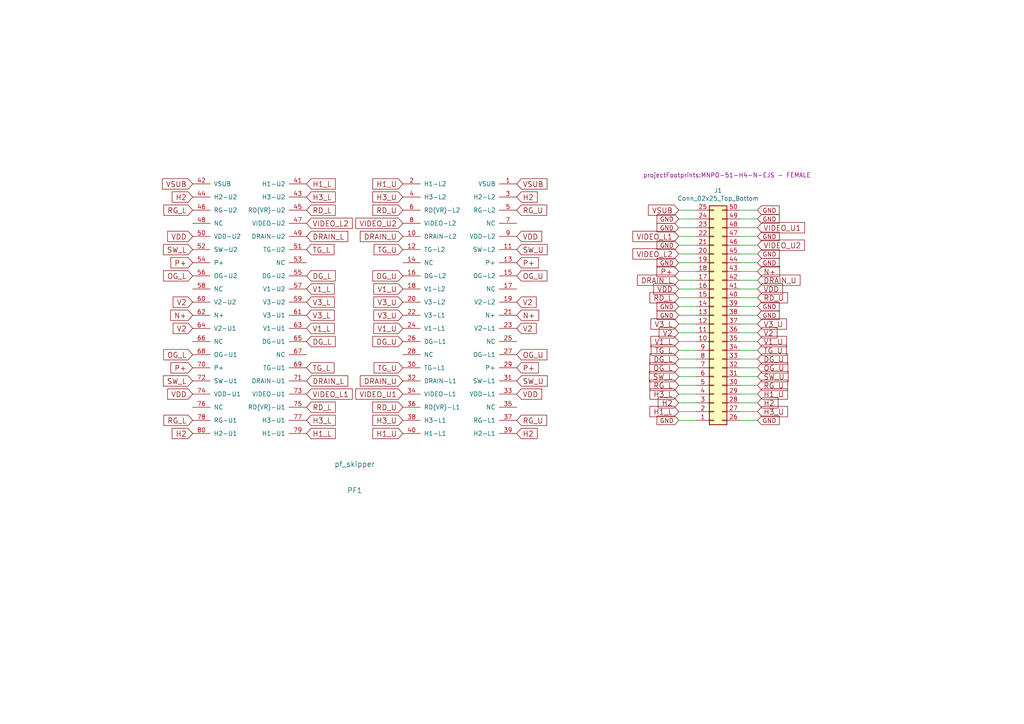
<source format=kicad_sch>
(kicad_sch (version 20230121) (generator eeschema)
  (paper "A4")
  (lib_symbols
    (symbol "Connector_Generic:Conn_02x25_Top_Bottom" (pin_names (offset 1.016) hide)
      (property "Reference" "J" (at 1.27 33.02 0))
      (property "Value" "Conn_02x25_Top_Bottom" (at 1.27 -33.02 0))
      (symbol "Conn_02x25_Top_Bottom_1_1"
        (rectangle (start -1.27 -30.353) (end 0 -30.607) (stroke (width 0.1524)))
        (rectangle (start -1.27 -27.813) (end 0 -28.067) (stroke (width 0.1524)))
        (rectangle (start -1.27 -25.273) (end 0 -25.527) (stroke (width 0.1524)))
        (rectangle (start -1.27 -22.733) (end 0 -22.987) (stroke (width 0.1524)))
        (rectangle (start -1.27 -20.193) (end 0 -20.447) (stroke (width 0.1524)))
        (rectangle (start -1.27 -17.653) (end 0 -17.907) (stroke (width 0.1524)))
        (rectangle (start -1.27 -15.113) (end 0 -15.367) (stroke (width 0.1524)))
        (rectangle (start -1.27 -12.573) (end 0 -12.827) (stroke (width 0.1524)))
        (rectangle (start -1.27 -10.033) (end 0 -10.287) (stroke (width 0.1524)))
        (rectangle (start -1.27 -7.493) (end 0 -7.747) (stroke (width 0.1524)))
        (rectangle (start -1.27 -4.953) (end 0 -5.207) (stroke (width 0.1524)))
        (rectangle (start -1.27 -2.413) (end 0 -2.667) (stroke (width 0.1524)))
        (rectangle (start -1.27 0.127) (end 0 -0.127) (stroke (width 0.1524)))
        (rectangle (start -1.27 2.667) (end 0 2.413) (stroke (width 0.1524)))
        (rectangle (start -1.27 5.207) (end 0 4.953) (stroke (width 0.1524)))
        (rectangle (start -1.27 7.747) (end 0 7.493) (stroke (width 0.1524)))
        (rectangle (start -1.27 10.287) (end 0 10.033) (stroke (width 0.1524)))
        (rectangle (start -1.27 12.827) (end 0 12.573) (stroke (width 0.1524)))
        (rectangle (start -1.27 15.367) (end 0 15.113) (stroke (width 0.1524)))
        (rectangle (start -1.27 17.907) (end 0 17.653) (stroke (width 0.1524)))
        (rectangle (start -1.27 20.447) (end 0 20.193) (stroke (width 0.1524)))
        (rectangle (start -1.27 22.987) (end 0 22.733) (stroke (width 0.1524)))
        (rectangle (start -1.27 25.527) (end 0 25.273) (stroke (width 0.1524)))
        (rectangle (start -1.27 28.067) (end 0 27.813) (stroke (width 0.1524)))
        (rectangle (start -1.27 30.607) (end 0 30.353) (stroke (width 0.1524)))
        (rectangle (start -1.27 31.75) (end 3.81 -31.75) (stroke (width 0.254)) (fill (type background)))
        (rectangle (start 3.81 -30.353) (end 2.54 -30.607) (stroke (width 0.1524)))
        (rectangle (start 3.81 -27.813) (end 2.54 -28.067) (stroke (width 0.1524)))
        (rectangle (start 3.81 -25.273) (end 2.54 -25.527) (stroke (width 0.1524)))
        (rectangle (start 3.81 -22.733) (end 2.54 -22.987) (stroke (width 0.1524)))
        (rectangle (start 3.81 -20.193) (end 2.54 -20.447) (stroke (width 0.1524)))
        (rectangle (start 3.81 -17.653) (end 2.54 -17.907) (stroke (width 0.1524)))
        (rectangle (start 3.81 -15.113) (end 2.54 -15.367) (stroke (width 0.1524)))
        (rectangle (start 3.81 -12.573) (end 2.54 -12.827) (stroke (width 0.1524)))
        (rectangle (start 3.81 -10.033) (end 2.54 -10.287) (stroke (width 0.1524)))
        (rectangle (start 3.81 -7.493) (end 2.54 -7.747) (stroke (width 0.1524)))
        (rectangle (start 3.81 -4.953) (end 2.54 -5.207) (stroke (width 0.1524)))
        (rectangle (start 3.81 -2.413) (end 2.54 -2.667) (stroke (width 0.1524)))
        (rectangle (start 3.81 0.127) (end 2.54 -0.127) (stroke (width 0.1524)))
        (rectangle (start 3.81 2.667) (end 2.54 2.413) (stroke (width 0.1524)))
        (rectangle (start 3.81 5.207) (end 2.54 4.953) (stroke (width 0.1524)))
        (rectangle (start 3.81 7.747) (end 2.54 7.493) (stroke (width 0.1524)))
        (rectangle (start 3.81 10.287) (end 2.54 10.033) (stroke (width 0.1524)))
        (rectangle (start 3.81 12.827) (end 2.54 12.573) (stroke (width 0.1524)))
        (rectangle (start 3.81 15.367) (end 2.54 15.113) (stroke (width 0.1524)))
        (rectangle (start 3.81 17.907) (end 2.54 17.653) (stroke (width 0.1524)))
        (rectangle (start 3.81 20.447) (end 2.54 20.193) (stroke (width 0.1524)))
        (rectangle (start 3.81 22.987) (end 2.54 22.733) (stroke (width 0.1524)))
        (rectangle (start 3.81 25.527) (end 2.54 25.273) (stroke (width 0.1524)))
        (rectangle (start 3.81 28.067) (end 2.54 27.813) (stroke (width 0.1524)))
        (rectangle (start 3.81 30.607) (end 2.54 30.353) (stroke (width 0.1524)))
        (pin passive line (at -5.08 30.48 0) (length 3.81) (name "Pin_1") (number "1"))
        (pin passive line (at -5.08 7.62 0) (length 3.81) (name "Pin_10") (number "10"))
        (pin passive line (at -5.08 5.08 0) (length 3.81) (name "Pin_11") (number "11"))
        (pin passive line (at -5.08 2.54 0) (length 3.81) (name "Pin_12") (number "12"))
        (pin passive line (at -5.08 0 0) (length 3.81) (name "Pin_13") (number "13"))
        (pin passive line (at -5.08 -2.54 0) (length 3.81) (name "Pin_14") (number "14"))
        (pin passive line (at -5.08 -5.08 0) (length 3.81) (name "Pin_15") (number "15"))
        (pin passive line (at -5.08 -7.62 0) (length 3.81) (name "Pin_16") (number "16"))
        (pin passive line (at -5.08 -10.16 0) (length 3.81) (name "Pin_17") (number "17"))
        (pin passive line (at -5.08 -12.7 0) (length 3.81) (name "Pin_18") (number "18"))
        (pin passive line (at -5.08 -15.24 0) (length 3.81) (name "Pin_19") (number "19"))
        (pin passive line (at -5.08 27.94 0) (length 3.81) (name "Pin_2") (number "2"))
        (pin passive line (at -5.08 -17.78 0) (length 3.81) (name "Pin_20") (number "20"))
        (pin passive line (at -5.08 -20.32 0) (length 3.81) (name "Pin_21") (number "21"))
        (pin passive line (at -5.08 -22.86 0) (length 3.81) (name "Pin_22") (number "22"))
        (pin passive line (at -5.08 -25.4 0) (length 3.81) (name "Pin_23") (number "23"))
        (pin passive line (at -5.08 -27.94 0) (length 3.81) (name "Pin_24") (number "24"))
        (pin passive line (at -5.08 -30.48 0) (length 3.81) (name "Pin_25") (number "25"))
        (pin passive line (at 7.62 30.48 180) (length 3.81) (name "Pin_26") (number "26"))
        (pin passive line (at 7.62 27.94 180) (length 3.81) (name "Pin_27") (number "27"))
        (pin passive line (at 7.62 25.4 180) (length 3.81) (name "Pin_28") (number "28"))
        (pin passive line (at 7.62 22.86 180) (length 3.81) (name "Pin_29") (number "29"))
        (pin passive line (at -5.08 25.4 0) (length 3.81) (name "Pin_3") (number "3"))
        (pin passive line (at 7.62 20.32 180) (length 3.81) (name "Pin_30") (number "30"))
        (pin passive line (at 7.62 17.78 180) (length 3.81) (name "Pin_31") (number "31"))
        (pin passive line (at 7.62 15.24 180) (length 3.81) (name "Pin_32") (number "32"))
        (pin passive line (at 7.62 12.7 180) (length 3.81) (name "Pin_33") (number "33"))
        (pin passive line (at 7.62 10.16 180) (length 3.81) (name "Pin_34") (number "34"))
        (pin passive line (at 7.62 7.62 180) (length 3.81) (name "Pin_35") (number "35"))
        (pin passive line (at 7.62 5.08 180) (length 3.81) (name "Pin_36") (number "36"))
        (pin passive line (at 7.62 2.54 180) (length 3.81) (name "Pin_37") (number "37"))
        (pin passive line (at 7.62 0 180) (length 3.81) (name "Pin_38") (number "38"))
        (pin passive line (at 7.62 -2.54 180) (length 3.81) (name "Pin_39") (number "39"))
        (pin passive line (at -5.08 22.86 0) (length 3.81) (name "Pin_4") (number "4"))
        (pin passive line (at 7.62 -5.08 180) (length 3.81) (name "Pin_40") (number "40"))
        (pin passive line (at 7.62 -7.62 180) (length 3.81) (name "Pin_41") (number "41"))
        (pin passive line (at 7.62 -10.16 180) (length 3.81) (name "Pin_42") (number "42"))
        (pin passive line (at 7.62 -12.7 180) (length 3.81) (name "Pin_43") (number "43"))
        (pin passive line (at 7.62 -15.24 180) (length 3.81) (name "Pin_44") (number "44"))
        (pin passive line (at 7.62 -17.78 180) (length 3.81) (name "Pin_45") (number "45"))
        (pin passive line (at 7.62 -20.32 180) (length 3.81) (name "Pin_46") (number "46"))
        (pin passive line (at 7.62 -22.86 180) (length 3.81) (name "Pin_47") (number "47"))
        (pin passive line (at 7.62 -25.4 180) (length 3.81) (name "Pin_48") (number "48"))
        (pin passive line (at 7.62 -27.94 180) (length 3.81) (name "Pin_49") (number "49"))
        (pin passive line (at -5.08 20.32 0) (length 3.81) (name "Pin_5") (number "5"))
        (pin passive line (at 7.62 -30.48 180) (length 3.81) (name "Pin_50") (number "50"))
        (pin passive line (at -5.08 17.78 0) (length 3.81) (name "Pin_6") (number "6"))
        (pin passive line (at -5.08 15.24 0) (length 3.81) (name "Pin_7") (number "7"))
        (pin passive line (at -5.08 12.7 0) (length 3.81) (name "Pin_8") (number "8"))
        (pin passive line (at -5.08 10.16 0) (length 3.81) (name "Pin_9") (number "9"))
      )
    )
    (symbol "PF4flexTest-rescue:pf_skipper" (pin_names (offset 1.016))
      (property "Reference" "PF" (at 0 -50.8 0))
      (property "Value" "pf_skipper" (at 0 -43.18 0))
      (symbol "pf_skipper_1_1"
        (pin input line (at -46.99 38.1 0) (length 5.08) (name "VSUB") (number "1"))
        (pin input line (at -13.97 22.86 180) (length 5.08) (name "DRAIN-L2") (number "10"))
        (pin input line (at -46.99 19.05 0) (length 5.08) (name "SW-L2") (number "11"))
        (pin input line (at -13.97 19.05 180) (length 5.08) (name "TG-L2") (number "12"))
        (pin input line (at -46.99 15.24 0) (length 5.08) (name "P+") (number "13"))
        (pin input line (at -13.97 15.24 180) (length 5.08) (name "NC") (number "14"))
        (pin input line (at -46.99 11.43 0) (length 5.08) (name "OG-L2") (number "15"))
        (pin input line (at -13.97 11.43 180) (length 5.08) (name "DG-L2") (number "16"))
        (pin input line (at -46.99 7.62 0) (length 5.08) (name "NC") (number "17"))
        (pin input line (at -13.97 7.62 180) (length 5.08) (name "V1-L2") (number "18"))
        (pin input line (at -46.99 3.81 0) (length 5.08) (name "V2-L2") (number "19"))
        (pin input line (at -13.97 38.1 180) (length 5.08) (name "H1-L2") (number "2"))
        (pin input line (at -13.97 3.81 180) (length 5.08) (name "V3-L2") (number "20"))
        (pin input line (at -46.99 0 0) (length 5.08) (name "N+") (number "21"))
        (pin input line (at -13.97 0 180) (length 5.08) (name "V3-L1") (number "22"))
        (pin input line (at -46.99 -3.81 0) (length 5.08) (name "V2-L1") (number "23"))
        (pin input line (at -13.97 -3.81 180) (length 5.08) (name "V1-L1") (number "24"))
        (pin input line (at -46.99 -7.62 0) (length 5.08) (name "NC") (number "25"))
        (pin input line (at -13.97 -7.62 180) (length 5.08) (name "DG-L1") (number "26"))
        (pin input line (at -46.99 -11.43 0) (length 5.08) (name "OG-L1") (number "27"))
        (pin input line (at -13.97 -11.43 180) (length 5.08) (name "NC") (number "28"))
        (pin input line (at -46.99 -15.24 0) (length 5.08) (name "P+") (number "29"))
        (pin input line (at -46.99 34.29 0) (length 5.08) (name "H2-L2") (number "3"))
        (pin input line (at -13.97 -15.24 180) (length 5.08) (name "TG-L1") (number "30"))
        (pin input line (at -46.99 -19.05 0) (length 5.08) (name "SW-L1") (number "31"))
        (pin input line (at -13.97 -19.05 180) (length 5.08) (name "DRAIN-L1") (number "32"))
        (pin input line (at -46.99 -22.86 0) (length 5.08) (name "VDD-L1") (number "33"))
        (pin input line (at -13.97 -22.86 180) (length 5.08) (name "VIDEO-L1") (number "34"))
        (pin input line (at -46.99 -26.67 0) (length 5.08) (name "NC") (number "35"))
        (pin input line (at -13.97 -26.67 180) (length 5.08) (name "RD(VR)-L1") (number "36"))
        (pin input line (at -46.99 -30.48 0) (length 5.08) (name "RG-L1") (number "37"))
        (pin input line (at -13.97 -30.48 180) (length 5.08) (name "H3-L1") (number "38"))
        (pin input line (at -46.99 -34.29 0) (length 5.08) (name "H2-L1") (number "39"))
        (pin input line (at -13.97 34.29 180) (length 5.08) (name "H3-L2") (number "4"))
        (pin input line (at -13.97 -34.29 180) (length 5.08) (name "H1-L1") (number "40"))
        (pin input line (at 13.97 38.1 0) (length 5.08) (name "H1-U2") (number "41"))
        (pin input line (at 46.99 38.1 180) (length 5.08) (name "VSUB") (number "42"))
        (pin input line (at 13.97 34.29 0) (length 5.08) (name "H3-U2") (number "43"))
        (pin input line (at 46.99 34.29 180) (length 5.08) (name "H2-U2") (number "44"))
        (pin input line (at 13.97 30.48 0) (length 5.08) (name "RD(VR)-U2") (number "45"))
        (pin input line (at 46.99 30.48 180) (length 5.08) (name "RG-U2") (number "46"))
        (pin input line (at 13.97 26.67 0) (length 5.08) (name "VIDEO-U2") (number "47"))
        (pin input line (at 46.99 26.67 180) (length 5.08) (name "NC") (number "48"))
        (pin input line (at 13.97 22.86 0) (length 5.08) (name "DRAIN-U2") (number "49"))
        (pin input line (at -46.99 30.48 0) (length 5.08) (name "RG-L2") (number "5"))
        (pin input line (at 46.99 22.86 180) (length 5.08) (name "VDD-U2") (number "50"))
        (pin input line (at 13.97 19.05 0) (length 5.08) (name "TG-U2") (number "51"))
        (pin input line (at 46.99 19.05 180) (length 5.08) (name "SW-U2") (number "52"))
        (pin input line (at 13.97 15.24 0) (length 5.08) (name "NC") (number "53"))
        (pin input line (at 46.99 15.24 180) (length 5.08) (name "P+") (number "54"))
        (pin input line (at 13.97 11.43 0) (length 5.08) (name "DG-U2") (number "55"))
        (pin input line (at 46.99 11.43 180) (length 5.08) (name "OG-U2") (number "56"))
        (pin input line (at 13.97 7.62 0) (length 5.08) (name "V1-U2") (number "57"))
        (pin input line (at 46.99 7.62 180) (length 5.08) (name "NC") (number "58"))
        (pin input line (at 13.97 3.81 0) (length 5.08) (name "V3-U2") (number "59"))
        (pin input line (at -13.97 30.48 180) (length 5.08) (name "RD(VR)-L2") (number "6"))
        (pin input line (at 46.99 3.81 180) (length 5.08) (name "V2-U2") (number "60"))
        (pin input line (at 13.97 0 0) (length 5.08) (name "V3-U1") (number "61"))
        (pin input line (at 46.99 0 180) (length 5.08) (name "N+") (number "62"))
        (pin input line (at 13.97 -3.81 0) (length 5.08) (name "V1-U1") (number "63"))
        (pin input line (at 46.99 -3.81 180) (length 5.08) (name "V2-U1") (number "64"))
        (pin input line (at 13.97 -7.62 0) (length 5.08) (name "DG-U1") (number "65"))
        (pin input line (at 46.99 -7.62 180) (length 5.08) (name "NC") (number "66"))
        (pin input line (at 13.97 -11.43 0) (length 5.08) (name "NC") (number "67"))
        (pin input line (at 46.99 -11.43 180) (length 5.08) (name "OG-U1") (number "68"))
        (pin input line (at 13.97 -15.24 0) (length 5.08) (name "TG-U1") (number "69"))
        (pin input line (at -46.99 26.67 0) (length 5.08) (name "NC") (number "7"))
        (pin input line (at 46.99 -15.24 180) (length 5.08) (name "P+") (number "70"))
        (pin input line (at 13.97 -19.05 0) (length 5.08) (name "DRAIN-U1") (number "71"))
        (pin input line (at 46.99 -19.05 180) (length 5.08) (name "SW-U1") (number "72"))
        (pin input line (at 13.97 -22.86 0) (length 5.08) (name "VIDEO-U1") (number "73"))
        (pin input line (at 46.99 -22.86 180) (length 5.08) (name "VDD-U1") (number "74"))
        (pin input line (at 13.97 -26.67 0) (length 5.08) (name "RD(VR)-U1") (number "75"))
        (pin input line (at 46.99 -26.67 180) (length 5.08) (name "NC") (number "76"))
        (pin input line (at 13.97 -30.48 0) (length 5.08) (name "H3-U1") (number "77"))
        (pin input line (at 46.99 -30.48 180) (length 5.08) (name "RG-U1") (number "78"))
        (pin input line (at 13.97 -34.29 0) (length 5.08) (name "H1-U1") (number "79"))
        (pin input line (at -13.97 26.67 180) (length 5.08) (name "VIDEO-L2") (number "8"))
        (pin input line (at 46.99 -34.29 180) (length 5.08) (name "H2-U1") (number "80"))
        (pin input line (at -46.99 22.86 0) (length 5.08) (name "VDD-L2") (number "9"))
      )
    )
  )
  (wire (pts (xy 214.63 99.06) (xy 219.71 99.06)))
  (wire (pts (xy 201.93 109.22) (xy 196.85 109.22)))
  (wire (pts (xy 214.63 109.22) (xy 219.71 109.22)))
  (wire (pts (xy 219.71 73.66) (xy 214.63 73.66)))
  (wire (pts (xy 214.63 76.2) (xy 219.71 76.2)))
  (wire (pts (xy 219.71 81.28) (xy 214.63 81.28)))
  (wire (pts (xy 201.93 73.66) (xy 196.85 73.66)))
  (wire (pts (xy 214.63 104.14) (xy 219.71 104.14)))
  (wire (pts (xy 219.71 86.36) (xy 214.63 86.36)))
  (wire (pts (xy 201.93 101.6) (xy 196.85 101.6)))
  (wire (pts (xy 214.63 119.38) (xy 219.71 119.38)))
  (wire (pts (xy 214.63 71.12) (xy 219.71 71.12)))
  (wire (pts (xy 201.93 78.74) (xy 196.85 78.74)))
  (wire (pts (xy 201.93 81.28) (xy 196.85 81.28)))
  (wire (pts (xy 219.71 63.5) (xy 214.63 63.5)))
  (wire (pts (xy 196.85 63.5) (xy 201.93 63.5)))
  (wire (pts (xy 214.63 101.6) (xy 219.71 101.6)))
  (wire (pts (xy 196.85 104.14) (xy 201.93 104.14)))
  (wire (pts (xy 219.71 91.44) (xy 214.63 91.44)))
  (wire (pts (xy 219.71 96.52) (xy 214.63 96.52)))
  (wire (pts (xy 201.93 96.52) (xy 196.85 96.52)))
  (wire (pts (xy 196.85 88.9) (xy 201.93 88.9)))
  (wire (pts (xy 219.71 78.74) (xy 214.63 78.74)))
  (wire (pts (xy 214.63 111.76) (xy 219.71 111.76)))
  (wire (pts (xy 201.93 71.12) (xy 196.85 71.12)))
  (wire (pts (xy 196.85 121.92) (xy 201.93 121.92)))
  (wire (pts (xy 201.93 76.2) (xy 196.85 76.2)))
  (wire (pts (xy 219.71 121.92) (xy 214.63 121.92)))
  (wire (pts (xy 214.63 114.3) (xy 219.71 114.3)))
  (wire (pts (xy 201.93 66.04) (xy 196.85 66.04)))
  (wire (pts (xy 196.85 99.06) (xy 201.93 99.06)))
  (wire (pts (xy 201.93 116.84) (xy 196.85 116.84)))
  (wire (pts (xy 201.93 91.44) (xy 196.85 91.44)))
  (wire (pts (xy 196.85 68.58) (xy 201.93 68.58)))
  (wire (pts (xy 214.63 60.96) (xy 219.71 60.96)))
  (wire (pts (xy 214.63 83.82) (xy 219.71 83.82)))
  (wire (pts (xy 196.85 114.3) (xy 201.93 114.3)))
  (wire (pts (xy 196.85 93.98) (xy 201.93 93.98)))
  (wire (pts (xy 196.85 83.82) (xy 201.93 83.82)))
  (wire (pts (xy 214.63 93.98) (xy 219.71 93.98)))
  (wire (pts (xy 214.63 66.04) (xy 219.71 66.04)))
  (wire (pts (xy 201.93 86.36) (xy 196.85 86.36)))
  (wire (pts (xy 214.63 106.68) (xy 219.71 106.68)))
  (wire (pts (xy 201.93 60.96) (xy 196.85 60.96)))
  (wire (pts (xy 201.93 119.38) (xy 196.85 119.38)))
  (wire (pts (xy 219.71 68.58) (xy 214.63 68.58)))
  (wire (pts (xy 214.63 88.9) (xy 219.71 88.9)))
  (wire (pts (xy 201.93 111.76) (xy 196.85 111.76)))
  (wire (pts (xy 201.93 106.68) (xy 196.85 106.68)))
  (wire (pts (xy 219.71 116.84) (xy 214.63 116.84)))
  (global_label "N+" (shape input) (at 219.71 78.74 0) (effects (font (size 1.524 1.524))) (property "Intersheetrefs" "${INTERSHEET_REFS}" (effects hide)))
  (global_label "DRAIN_L" (shape input) (at 88.9 68.58 0) (effects (font (size 1.524 1.524))) (property "Intersheetrefs" "${INTERSHEET_REFS}" (effects hide)))
  (global_label "DRAIN_U" (shape input) (at 219.71 81.28 0) (effects (font (size 1.524 1.524))) (property "Intersheetrefs" "${INTERSHEET_REFS}" (effects hide)))
  (global_label "OG_U" (shape input) (at 149.86 102.87 0) (effects (font (size 1.524 1.524))) (property "Intersheetrefs" "${INTERSHEET_REFS}" (effects hide)))
  (global_label "V1_L" (shape input) (at 88.9 95.25 0) (effects (font (size 1.524 1.524))) (property "Intersheetrefs" "${INTERSHEET_REFS}" (effects hide)))
  (global_label "V3_L" (shape input) (at 88.9 87.63 0) (effects (font (size 1.524 1.524))) (property "Intersheetrefs" "${INTERSHEET_REFS}" (effects hide)))
  (global_label "TG_U" (shape input) (at 116.84 106.68 180) (effects (font (size 1.524 1.524))) (property "Intersheetrefs" "${INTERSHEET_REFS}" (effects hide)))
  (global_label "VDD" (shape input) (at 149.86 68.58 0) (effects (font (size 1.524 1.524))) (property "Intersheetrefs" "${INTERSHEET_REFS}" (effects hide)))
  (global_label "N+" (shape input) (at 149.86 91.44 0) (effects (font (size 1.524 1.524))) (property "Intersheetrefs" "${INTERSHEET_REFS}" (effects hide)))
  (global_label "H3_U" (shape input) (at 219.71 119.38 0) (effects (font (size 1.524 1.524))) (property "Intersheetrefs" "${INTERSHEET_REFS}" (effects hide)))
  (global_label "GND" (shape input) (at 196.85 91.44 180) (property "Intersheetrefs" "${INTERSHEET_REFS}" (effects hide)))
  (global_label "DG_L" (shape input) (at 88.9 80.01 0) (effects (font (size 1.524 1.524))) (property "Intersheetrefs" "${INTERSHEET_REFS}" (effects hide)))
  (global_label "RG_L" (shape input) (at 55.88 60.96 180) (effects (font (size 1.524 1.524))) (property "Intersheetrefs" "${INTERSHEET_REFS}" (effects hide)))
  (global_label "RD_L" (shape input) (at 88.9 118.11 0) (effects (font (size 1.524 1.524))) (property "Intersheetrefs" "${INTERSHEET_REFS}" (effects hide)))
  (global_label "GND" (shape input) (at 196.85 71.12 180) (property "Intersheetrefs" "${INTERSHEET_REFS}" (effects hide)))
  (global_label "VIDEO_U2" (shape input) (at 116.84 64.77 180) (effects (font (size 1.524 1.524))) (property "Intersheetrefs" "${INTERSHEET_REFS}" (effects hide)))
  (global_label "V3_U" (shape input) (at 116.84 87.63 180) (effects (font (size 1.524 1.524))) (property "Intersheetrefs" "${INTERSHEET_REFS}" (effects hide)))
  (global_label "V3_L" (shape input) (at 196.85 93.98 180) (effects (font (size 1.524 1.524))) (property "Intersheetrefs" "${INTERSHEET_REFS}" (effects hide)))
  (global_label "V2" (shape input) (at 55.88 87.63 180) (effects (font (size 1.524 1.524))) (property "Intersheetrefs" "${INTERSHEET_REFS}" (effects hide)))
  (global_label "V2" (shape input) (at 149.86 95.25 0) (effects (font (size 1.524 1.524))) (property "Intersheetrefs" "${INTERSHEET_REFS}" (effects hide)))
  (global_label "V3_L" (shape input) (at 88.9 91.44 0) (effects (font (size 1.524 1.524))) (property "Intersheetrefs" "${INTERSHEET_REFS}" (effects hide)))
  (global_label "OG_L" (shape input) (at 55.88 80.01 180) (effects (font (size 1.524 1.524))) (property "Intersheetrefs" "${INTERSHEET_REFS}" (effects hide)))
  (global_label "GND" (shape input) (at 219.71 73.66 0) (property "Intersheetrefs" "${INTERSHEET_REFS}" (effects hide)))
  (global_label "VSUB" (shape input) (at 196.85 60.96 180) (effects (font (size 1.524 1.524))) (property "Intersheetrefs" "${INTERSHEET_REFS}" (effects hide)))
  (global_label "H3_U" (shape input) (at 116.84 121.92 180) (effects (font (size 1.524 1.524))) (property "Intersheetrefs" "${INTERSHEET_REFS}" (effects hide)))
  (global_label "V2" (shape input) (at 55.88 95.25 180) (effects (font (size 1.524 1.524))) (property "Intersheetrefs" "${INTERSHEET_REFS}" (effects hide)))
  (global_label "GND" (shape input) (at 196.85 63.5 180) (property "Intersheetrefs" "${INTERSHEET_REFS}" (effects hide)))
  (global_label "VDD" (shape input) (at 196.85 83.82 180) (effects (font (size 1.524 1.524))) (property "Intersheetrefs" "${INTERSHEET_REFS}" (effects hide)))
  (global_label "RG_L" (shape input) (at 55.88 121.92 180) (effects (font (size 1.524 1.524))) (property "Intersheetrefs" "${INTERSHEET_REFS}" (effects hide)))
  (global_label "H2" (shape input) (at 149.86 125.73 0) (effects (font (size 1.524 1.524))) (property "Intersheetrefs" "${INTERSHEET_REFS}" (effects hide)))
  (global_label "H1_L" (shape input) (at 88.9 125.73 0) (effects (font (size 1.524 1.524))) (property "Intersheetrefs" "${INTERSHEET_REFS}" (effects hide)))
  (global_label "GND" (shape input) (at 219.71 121.92 0) (property "Intersheetrefs" "${INTERSHEET_REFS}" (effects hide)))
  (global_label "N+" (shape input) (at 55.88 91.44 180) (effects (font (size 1.524 1.524))) (property "Intersheetrefs" "${INTERSHEET_REFS}" (effects hide)))
  (global_label "DRAIN_U" (shape input) (at 116.84 110.49 180) (effects (font (size 1.524 1.524))) (property "Intersheetrefs" "${INTERSHEET_REFS}" (effects hide)))
  (global_label "OG_L" (shape input) (at 55.88 102.87 180) (effects (font (size 1.524 1.524))) (property "Intersheetrefs" "${INTERSHEET_REFS}" (effects hide)))
  (global_label "RG_U" (shape input) (at 219.71 111.76 0) (effects (font (size 1.524 1.524))) (property "Intersheetrefs" "${INTERSHEET_REFS}" (effects hide)))
  (global_label "DRAIN_L" (shape input) (at 196.85 81.28 180) (effects (font (size 1.524 1.524))) (property "Intersheetrefs" "${INTERSHEET_REFS}" (effects hide)))
  (global_label "VIDEO_L2" (shape input) (at 196.85 73.66 180) (effects (font (size 1.524 1.524))) (property "Intersheetrefs" "${INTERSHEET_REFS}" (effects hide)))
  (global_label "DRAIN_L" (shape input) (at 88.9 110.49 0) (effects (font (size 1.524 1.524))) (property "Intersheetrefs" "${INTERSHEET_REFS}" (effects hide)))
  (global_label "RG_U" (shape input) (at 149.86 60.96 0) (effects (font (size 1.524 1.524))) (property "Intersheetrefs" "${INTERSHEET_REFS}" (effects hide)))
  (global_label "GND" (shape input) (at 219.71 60.96 0) (property "Intersheetrefs" "${INTERSHEET_REFS}" (effects hide)))
  (global_label "P+" (shape input) (at 55.88 76.2 180) (effects (font (size 1.524 1.524))) (property "Intersheetrefs" "${INTERSHEET_REFS}" (effects hide)))
  (global_label "DG_U" (shape input) (at 219.71 104.14 0) (effects (font (size 1.524 1.524))) (property "Intersheetrefs" "${INTERSHEET_REFS}" (effects hide)))
  (global_label "V2" (shape input) (at 219.71 96.52 0) (effects (font (size 1.524 1.524))) (property "Intersheetrefs" "${INTERSHEET_REFS}" (effects hide)))
  (global_label "OG_U" (shape input) (at 149.86 80.01 0) (effects (font (size 1.524 1.524))) (property "Intersheetrefs" "${INTERSHEET_REFS}" (effects hide)))
  (global_label "H3_L" (shape input) (at 88.9 121.92 0) (effects (font (size 1.524 1.524))) (property "Intersheetrefs" "${INTERSHEET_REFS}" (effects hide)))
  (global_label "DG_U" (shape input) (at 116.84 80.01 180) (effects (font (size 1.524 1.524))) (property "Intersheetrefs" "${INTERSHEET_REFS}" (effects hide)))
  (global_label "V1_U" (shape input) (at 116.84 95.25 180) (effects (font (size 1.524 1.524))) (property "Intersheetrefs" "${INTERSHEET_REFS}" (effects hide)))
  (global_label "TG_U" (shape input) (at 219.71 101.6 0) (effects (font (size 1.524 1.524))) (property "Intersheetrefs" "${INTERSHEET_REFS}" (effects hide)))
  (global_label "H1_U" (shape input) (at 219.71 114.3 0) (effects (font (size 1.524 1.524))) (property "Intersheetrefs" "${INTERSHEET_REFS}" (effects hide)))
  (global_label "V1_U" (shape input) (at 116.84 83.82 180) (effects (font (size 1.524 1.524))) (property "Intersheetrefs" "${INTERSHEET_REFS}" (effects hide)))
  (global_label "H2" (shape input) (at 219.71 116.84 0) (effects (font (size 1.524 1.524))) (property "Intersheetrefs" "${INTERSHEET_REFS}" (effects hide)))
  (global_label "P+" (shape input) (at 149.86 76.2 0) (effects (font (size 1.524 1.524))) (property "Intersheetrefs" "${INTERSHEET_REFS}" (effects hide)))
  (global_label "VIDEO_U2" (shape input) (at 219.71 71.12 0) (effects (font (size 1.524 1.524))) (property "Intersheetrefs" "${INTERSHEET_REFS}" (effects hide)))
  (global_label "P+" (shape input) (at 196.85 78.74 180) (effects (font (size 1.524 1.524))) (property "Intersheetrefs" "${INTERSHEET_REFS}" (effects hide)))
  (global_label "DG_L" (shape input) (at 88.9 99.06 0) (effects (font (size 1.524 1.524))) (property "Intersheetrefs" "${INTERSHEET_REFS}" (effects hide)))
  (global_label "H2" (shape input) (at 55.88 125.73 180) (effects (font (size 1.524 1.524))) (property "Intersheetrefs" "${INTERSHEET_REFS}" (effects hide)))
  (global_label "RG_U" (shape input) (at 149.86 121.92 0) (effects (font (size 1.524 1.524))) (property "Intersheetrefs" "${INTERSHEET_REFS}" (effects hide)))
  (global_label "DRAIN_U" (shape input) (at 116.84 68.58 180) (effects (font (size 1.524 1.524))) (property "Intersheetrefs" "${INTERSHEET_REFS}" (effects hide)))
  (global_label "SW_L" (shape input) (at 196.85 109.22 180) (effects (font (size 1.524 1.524))) (property "Intersheetrefs" "${INTERSHEET_REFS}" (effects hide)))
  (global_label "H2" (shape input) (at 196.85 116.84 180) (effects (font (size 1.524 1.524))) (property "Intersheetrefs" "${INTERSHEET_REFS}" (effects hide)))
  (global_label "SW_L" (shape input) (at 55.88 72.39 180) (effects (font (size 1.524 1.524))) (property "Intersheetrefs" "${INTERSHEET_REFS}" (effects hide)))
  (global_label "SW_U" (shape input) (at 149.86 72.39 0) (effects (font (size 1.524 1.524))) (property "Intersheetrefs" "${INTERSHEET_REFS}" (effects hide)))
  (global_label "TG_L" (shape input) (at 88.9 72.39 0) (effects (font (size 1.524 1.524))) (property "Intersheetrefs" "${INTERSHEET_REFS}" (effects hide)))
  (global_label "GND" (shape input) (at 196.85 76.2 180) (property "Intersheetrefs" "${INTERSHEET_REFS}" (effects hide)))
  (global_label "OG_L" (shape input) (at 196.85 106.68 180) (effects (font (size 1.524 1.524))) (property "Intersheetrefs" "${INTERSHEET_REFS}" (effects hide)))
  (global_label "VDD" (shape input) (at 55.88 114.3 180) (effects (font (size 1.524 1.524))) (property "Intersheetrefs" "${INTERSHEET_REFS}" (effects hide)))
  (global_label "VIDEO_L2" (shape input) (at 88.9 64.77 0) (effects (font (size 1.524 1.524))) (property "Intersheetrefs" "${INTERSHEET_REFS}" (effects hide)))
  (global_label "RG_L" (shape input) (at 196.85 111.76 180) (effects (font (size 1.524 1.524))) (property "Intersheetrefs" "${INTERSHEET_REFS}" (effects hide)))
  (global_label "VIDEO_U1" (shape input) (at 219.71 66.04 0) (effects (font (size 1.524 1.524))) (property "Intersheetrefs" "${INTERSHEET_REFS}" (effects hide)))
  (global_label "GND" (shape input) (at 219.71 91.44 0) (property "Intersheetrefs" "${INTERSHEET_REFS}" (effects hide)))
  (global_label "P+" (shape input) (at 55.88 106.68 180) (effects (font (size 1.524 1.524))) (property "Intersheetrefs" "${INTERSHEET_REFS}" (effects hide)))
  (global_label "TG_L" (shape input) (at 196.85 101.6 180) (effects (font (size 1.524 1.524))) (property "Intersheetrefs" "${INTERSHEET_REFS}" (effects hide)))
  (global_label "DG_L" (shape input) (at 196.85 104.14 180) (effects (font (size 1.524 1.524))) (property "Intersheetrefs" "${INTERSHEET_REFS}" (effects hide)))
  (global_label "H2" (shape input) (at 55.88 57.15 180) (effects (font (size 1.524 1.524))) (property "Intersheetrefs" "${INTERSHEET_REFS}" (effects hide)))
  (global_label "RD_L" (shape input) (at 88.9 60.96 0) (effects (font (size 1.524 1.524))) (property "Intersheetrefs" "${INTERSHEET_REFS}" (effects hide)))
  (global_label "OG_U" (shape input) (at 219.71 106.68 0) (effects (font (size 1.524 1.524))) (property "Intersheetrefs" "${INTERSHEET_REFS}" (effects hide)))
  (global_label "GND" (shape input) (at 196.85 66.04 180) (property "Intersheetrefs" "${INTERSHEET_REFS}" (effects hide)))
  (global_label "DG_U" (shape input) (at 116.84 99.06 180) (effects (font (size 1.524 1.524))) (property "Intersheetrefs" "${INTERSHEET_REFS}" (effects hide)))
  (global_label "V3_U" (shape input) (at 116.84 91.44 180) (effects (font (size 1.524 1.524))) (property "Intersheetrefs" "${INTERSHEET_REFS}" (effects hide)))
  (global_label "H3_L" (shape input) (at 196.85 114.3 180) (effects (font (size 1.524 1.524))) (property "Intersheetrefs" "${INTERSHEET_REFS}" (effects hide)))
  (global_label "SW_U" (shape input) (at 219.71 109.22 0) (effects (font (size 1.524 1.524))) (property "Intersheetrefs" "${INTERSHEET_REFS}" (effects hide)))
  (global_label "SW_L" (shape input) (at 55.88 110.49 180) (effects (font (size 1.524 1.524))) (property "Intersheetrefs" "${INTERSHEET_REFS}" (effects hide)))
  (global_label "H2" (shape input) (at 149.86 57.15 0) (effects (font (size 1.524 1.524))) (property "Intersheetrefs" "${INTERSHEET_REFS}" (effects hide)))
  (global_label "H3_L" (shape input) (at 88.9 57.15 0) (effects (font (size 1.524 1.524))) (property "Intersheetrefs" "${INTERSHEET_REFS}" (effects hide)))
  (global_label "VSUB" (shape input) (at 149.86 53.34 0) (effects (font (size 1.524 1.524))) (property "Intersheetrefs" "${INTERSHEET_REFS}" (effects hide)))
  (global_label "SW_U" (shape input) (at 149.86 110.49 0) (effects (font (size 1.524 1.524))) (property "Intersheetrefs" "${INTERSHEET_REFS}" (effects hide)))
  (global_label "VSUB" (shape input) (at 55.88 53.34 180) (effects (font (size 1.524 1.524))) (property "Intersheetrefs" "${INTERSHEET_REFS}" (effects hide)))
  (global_label "VDD" (shape input) (at 219.71 83.82 0) (effects (font (size 1.524 1.524))) (property "Intersheetrefs" "${INTERSHEET_REFS}" (effects hide)))
  (global_label "V3_U" (shape input) (at 219.71 93.98 0) (effects (font (size 1.524 1.524))) (property "Intersheetrefs" "${INTERSHEET_REFS}" (effects hide)))
  (global_label "H3_U" (shape input) (at 116.84 57.15 180) (effects (font (size 1.524 1.524))) (property "Intersheetrefs" "${INTERSHEET_REFS}" (effects hide)))
  (global_label "GND" (shape input) (at 219.71 88.9 0) (property "Intersheetrefs" "${INTERSHEET_REFS}" (effects hide)))
  (global_label "H1_U" (shape input) (at 116.84 53.34 180) (effects (font (size 1.524 1.524))) (property "Intersheetrefs" "${INTERSHEET_REFS}" (effects hide)))
  (global_label "GND" (shape input) (at 219.71 76.2 0) (property "Intersheetrefs" "${INTERSHEET_REFS}" (effects hide)))
  (global_label "VIDEO_L1" (shape input) (at 196.85 68.58 180) (effects (font (size 1.524 1.524))) (property "Intersheetrefs" "${INTERSHEET_REFS}" (effects hide)))
  (global_label "RD_U" (shape input) (at 219.71 86.36 0) (effects (font (size 1.524 1.524))) (property "Intersheetrefs" "${INTERSHEET_REFS}" (effects hide)))
  (global_label "VIDEO_L1" (shape input) (at 88.9 114.3 0) (effects (font (size 1.524 1.524))) (property "Intersheetrefs" "${INTERSHEET_REFS}" (effects hide)))
  (global_label "VDD" (shape input) (at 149.86 114.3 0) (effects (font (size 1.524 1.524))) (property "Intersheetrefs" "${INTERSHEET_REFS}" (effects hide)))
  (global_label "RD_U" (shape input) (at 116.84 118.11 180) (effects (font (size 1.524 1.524))) (property "Intersheetrefs" "${INTERSHEET_REFS}" (effects hide)))
  (global_label "V1_L" (shape input) (at 88.9 83.82 0) (effects (font (size 1.524 1.524))) (property "Intersheetrefs" "${INTERSHEET_REFS}" (effects hide)))
  (global_label "VDD" (shape input) (at 55.88 68.58 180) (effects (font (size 1.524 1.524))) (property "Intersheetrefs" "${INTERSHEET_REFS}" (effects hide)))
  (global_label "GND" (shape input) (at 219.71 68.58 0) (property "Intersheetrefs" "${INTERSHEET_REFS}" (effects hide)))
  (global_label "V2" (shape input) (at 196.85 96.52 180) (effects (font (size 1.524 1.524))) (property "Intersheetrefs" "${INTERSHEET_REFS}" (effects hide)))
  (global_label "RD_U" (shape input) (at 116.84 60.96 180) (effects (font (size 1.524 1.524))) (property "Intersheetrefs" "${INTERSHEET_REFS}" (effects hide)))
  (global_label "H1_L" (shape input) (at 88.9 53.34 0) (effects (font (size 1.524 1.524))) (property "Intersheetrefs" "${INTERSHEET_REFS}" (effects hide)))
  (global_label "TG_U" (shape input) (at 116.84 72.39 180) (effects (font (size 1.524 1.524))) (property "Intersheetrefs" "${INTERSHEET_REFS}" (effects hide)))
  (global_label "H1_L" (shape input) (at 196.85 119.38 180) (effects (font (size 1.524 1.524))) (property "Intersheetrefs" "${INTERSHEET_REFS}" (effects hide)))
  (global_label "GND" (shape input) (at 196.85 121.92 180) (property "Intersheetrefs" "${INTERSHEET_REFS}" (effects hide)))
  (global_label "V1_L" (shape input) (at 196.85 99.06 180) (effects (font (size 1.524 1.524))) (property "Intersheetrefs" "${INTERSHEET_REFS}" (effects hide)))
  (global_label "TG_L" (shape input) (at 88.9 106.68 0) (effects (font (size 1.524 1.524))) (property "Intersheetrefs" "${INTERSHEET_REFS}" (effects hide)))
  (global_label "VIDEO_U1" (shape input) (at 116.84 114.3 180) (effects (font (size 1.524 1.524))) (property "Intersheetrefs" "${INTERSHEET_REFS}" (effects hide)))
  (global_label "P+" (shape input) (at 149.86 106.68 0) (effects (font (size 1.524 1.524))) (property "Intersheetrefs" "${INTERSHEET_REFS}" (effects hide)))
  (global_label "GND" (shape input) (at 219.71 63.5 0) (property "Intersheetrefs" "${INTERSHEET_REFS}" (effects hide)))
  (global_label "GND" (shape input) (at 196.85 88.9 180) (property "Intersheetrefs" "${INTERSHEET_REFS}" (effects hide)))
  (global_label "V1_U" (shape input) (at 219.71 99.06 0) (effects (font (size 1.524 1.524))) (property "Intersheetrefs" "${INTERSHEET_REFS}" (effects hide)))
  (global_label "V2" (shape input) (at 149.86 87.63 0) (effects (font (size 1.524 1.524))) (property "Intersheetrefs" "${INTERSHEET_REFS}" (effects hide)))
  (global_label "RD_L" (shape input) (at 196.85 86.36 180) (effects (font (size 1.524 1.524))) (property "Intersheetrefs" "${INTERSHEET_REFS}" (effects hide)))
  (global_label "H1_U" (shape input) (at 116.84 125.73 180) (effects (font (size 1.524 1.524))) (property "Intersheetrefs" "${INTERSHEET_REFS}" (effects hide)))
  (symbol (lib_id "PF4flexTest-rescue:pf_skipper") (at 102.87 91.44 0) (mirror y) (unit 1)
    (property "Reference" "PF1" (at 102.87 142.24 0) (effects (font (size 1.524 1.524))))
    (property "Value" "pf_skipper" (at 102.87 134.62 0) (effects (font (size 1.524 1.524))))
    (property "Footprint" "MiguelFootprints:pf_skipper" (effects hide))
  )
  (symbol (lib_id "Connector_Generic:Conn_02x25_Top_Bottom") (at 207.01 91.44 0) (mirror x) (unit 1)
    (property "Reference" "J1" (at 208.28 55.245 0))
    (property "Value" "Conn_02x25_Top_Bottom" (at 208.28 57.5564 0))
    (property "Footprint" "projectFootprints:MNPO-51-H4-N-EJS - FEMALE" (at 210.82 50.8 0))
  )
)
</source>
